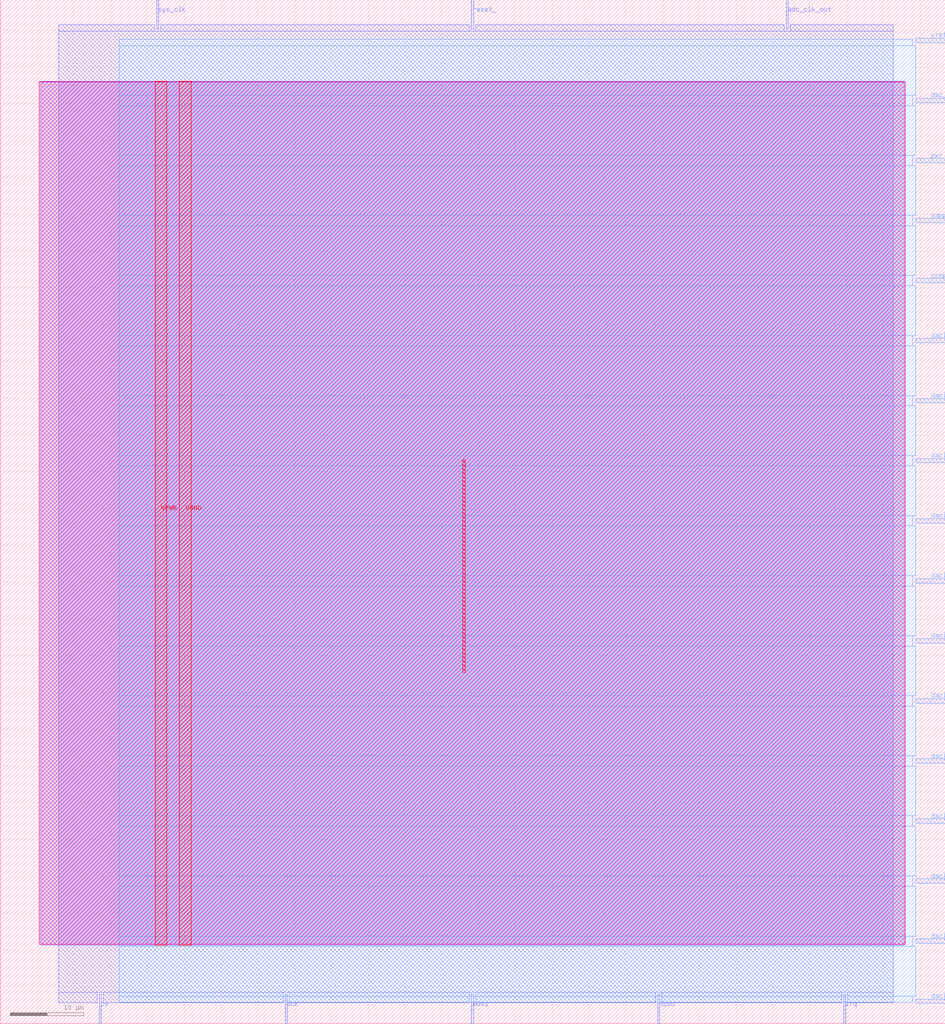
<source format=lef>
VERSION 5.7 ;
  NOWIREEXTENSIONATPIN ON ;
  DIVIDERCHAR "/" ;
  BUSBITCHARS "[]" ;
MACRO spi_adc
  CLASS BLOCK ;
  FOREIGN spi_adc ;
  ORIGIN 0.000 0.000 ;
  SIZE 128.415 BY 139.135 ;
  PIN VGND
    DIRECTION INOUT ;
    USE GROUND ;
    PORT
      LAYER met4 ;
        RECT 24.340 10.640 25.940 128.080 ;
    END
  END VGND
  PIN VPWR
    DIRECTION INOUT ;
    USE POWER ;
    PORT
      LAYER met4 ;
        RECT 21.040 10.640 22.640 128.080 ;
    END
  END VPWR
  PIN adc_clk_out
    DIRECTION OUTPUT ;
    USE SIGNAL ;
    ANTENNADIFFAREA 0.445500 ;
    PORT
      LAYER met2 ;
        RECT 106.810 135.135 107.090 139.135 ;
    END
  END adc_clk_out
  PIN comparator
    DIRECTION INPUT ;
    USE SIGNAL ;
    ANTENNAGATEAREA 0.196500 ;
    PORT
      LAYER met3 ;
        RECT 124.415 100.680 128.415 101.280 ;
    END
  END comparator
  PIN cs
    DIRECTION INPUT ;
    USE SIGNAL ;
    ANTENNAGATEAREA 0.196500 ;
    PORT
      LAYER met2 ;
        RECT 13.430 0.000 13.710 4.000 ;
    END
  END cs
  PIN dac[0]
    DIRECTION OUTPUT ;
    USE SIGNAL ;
    ANTENNADIFFAREA 0.445500 ;
    PORT
      LAYER met3 ;
        RECT 124.415 2.760 128.415 3.360 ;
    END
  END dac[0]
  PIN dac[10]
    DIRECTION OUTPUT ;
    USE SIGNAL ;
    ANTENNADIFFAREA 0.445500 ;
    PORT
      LAYER met3 ;
        RECT 124.415 84.360 128.415 84.960 ;
    END
  END dac[10]
  PIN dac[11]
    DIRECTION OUTPUT ;
    USE SIGNAL ;
    ANTENNADIFFAREA 0.445500 ;
    PORT
      LAYER met3 ;
        RECT 124.415 92.520 128.415 93.120 ;
    END
  END dac[11]
  PIN dac[1]
    DIRECTION OUTPUT ;
    USE SIGNAL ;
    ANTENNADIFFAREA 0.445500 ;
    PORT
      LAYER met3 ;
        RECT 124.415 10.920 128.415 11.520 ;
    END
  END dac[1]
  PIN dac[2]
    DIRECTION OUTPUT ;
    USE SIGNAL ;
    ANTENNADIFFAREA 0.445500 ;
    PORT
      LAYER met3 ;
        RECT 124.415 19.080 128.415 19.680 ;
    END
  END dac[2]
  PIN dac[3]
    DIRECTION OUTPUT ;
    USE SIGNAL ;
    ANTENNADIFFAREA 0.445500 ;
    PORT
      LAYER met3 ;
        RECT 124.415 27.240 128.415 27.840 ;
    END
  END dac[3]
  PIN dac[4]
    DIRECTION OUTPUT ;
    USE SIGNAL ;
    ANTENNADIFFAREA 0.445500 ;
    PORT
      LAYER met3 ;
        RECT 124.415 35.400 128.415 36.000 ;
    END
  END dac[4]
  PIN dac[5]
    DIRECTION OUTPUT ;
    USE SIGNAL ;
    ANTENNADIFFAREA 0.445500 ;
    PORT
      LAYER met3 ;
        RECT 124.415 43.560 128.415 44.160 ;
    END
  END dac[5]
  PIN dac[6]
    DIRECTION OUTPUT ;
    USE SIGNAL ;
    ANTENNADIFFAREA 0.445500 ;
    PORT
      LAYER met3 ;
        RECT 124.415 51.720 128.415 52.320 ;
    END
  END dac[6]
  PIN dac[7]
    DIRECTION OUTPUT ;
    USE SIGNAL ;
    ANTENNADIFFAREA 0.445500 ;
    PORT
      LAYER met3 ;
        RECT 124.415 59.880 128.415 60.480 ;
    END
  END dac[7]
  PIN dac[8]
    DIRECTION OUTPUT ;
    USE SIGNAL ;
    ANTENNADIFFAREA 0.445500 ;
    PORT
      LAYER met3 ;
        RECT 124.415 68.040 128.415 68.640 ;
    END
  END dac[8]
  PIN dac[9]
    DIRECTION OUTPUT ;
    USE SIGNAL ;
    ANTENNADIFFAREA 0.445500 ;
    PORT
      LAYER met3 ;
        RECT 124.415 76.200 128.415 76.800 ;
    END
  END dac[9]
  PIN dac_rst
    DIRECTION OUTPUT ;
    USE SIGNAL ;
    ANTENNADIFFAREA 0.445500 ;
    PORT
      LAYER met3 ;
        RECT 124.415 125.160 128.415 125.760 ;
    END
  END dac_rst
  PIN irq
    DIRECTION OUTPUT ;
    USE SIGNAL ;
    ANTENNADIFFAREA 0.445500 ;
    PORT
      LAYER met2 ;
        RECT 114.630 0.000 114.910 4.000 ;
    END
  END irq
  PIN miso
    DIRECTION OUTPUT ;
    USE SIGNAL ;
    ANTENNADIFFAREA 1.782000 ;
    PORT
      LAYER met2 ;
        RECT 89.330 0.000 89.610 4.000 ;
    END
  END miso
  PIN mosi
    DIRECTION INPUT ;
    USE SIGNAL ;
    ANTENNAGATEAREA 0.196500 ;
    PORT
      LAYER met2 ;
        RECT 64.030 0.000 64.310 4.000 ;
    END
  END mosi
  PIN pwr_gate
    DIRECTION OUTPUT ;
    USE SIGNAL ;
    ANTENNADIFFAREA 0.445500 ;
    PORT
      LAYER met3 ;
        RECT 124.415 117.000 128.415 117.600 ;
    END
  END pwr_gate
  PIN reset_
    DIRECTION INPUT ;
    USE SIGNAL ;
    ANTENNAGATEAREA 0.126000 ;
    PORT
      LAYER met2 ;
        RECT 64.030 135.135 64.310 139.135 ;
    END
  END reset_
  PIN sample_and_hold
    DIRECTION OUTPUT ;
    USE SIGNAL ;
    ANTENNADIFFAREA 0.445500 ;
    PORT
      LAYER met3 ;
        RECT 124.415 108.840 128.415 109.440 ;
    END
  END sample_and_hold
  PIN sck
    DIRECTION INPUT ;
    USE SIGNAL ;
    ANTENNAGATEAREA 0.196500 ;
    PORT
      LAYER met2 ;
        RECT 38.730 0.000 39.010 4.000 ;
    END
  END sck
  PIN sys_clk
    DIRECTION INPUT ;
    USE SIGNAL ;
    ANTENNAGATEAREA 0.852000 ;
    PORT
      LAYER met2 ;
        RECT 21.250 135.135 21.530 139.135 ;
    END
  END sys_clk
  PIN vref_sel
    DIRECTION OUTPUT ;
    USE SIGNAL ;
    ANTENNADIFFAREA 0.445500 ;
    PORT
      LAYER met3 ;
        RECT 124.415 133.320 128.415 133.920 ;
    END
  END vref_sel
  OBS
      LAYER nwell ;
        RECT 5.330 10.795 123.010 128.030 ;
      LAYER li1 ;
        RECT 5.520 10.795 122.820 127.925 ;
      LAYER met1 ;
        RECT 5.520 10.640 122.820 128.080 ;
      LAYER met2 ;
        RECT 7.920 134.855 20.970 135.730 ;
        RECT 21.810 134.855 63.750 135.730 ;
        RECT 64.590 134.855 106.530 135.730 ;
        RECT 107.370 134.855 121.350 135.730 ;
        RECT 7.920 4.280 121.350 134.855 ;
        RECT 7.920 2.875 13.150 4.280 ;
        RECT 13.990 2.875 38.450 4.280 ;
        RECT 39.290 2.875 63.750 4.280 ;
        RECT 64.590 2.875 89.050 4.280 ;
        RECT 89.890 2.875 114.350 4.280 ;
        RECT 115.190 2.875 121.350 4.280 ;
      LAYER met3 ;
        RECT 16.165 132.920 124.015 133.785 ;
        RECT 16.165 126.160 124.415 132.920 ;
        RECT 16.165 124.760 124.015 126.160 ;
        RECT 16.165 118.000 124.415 124.760 ;
        RECT 16.165 116.600 124.015 118.000 ;
        RECT 16.165 109.840 124.415 116.600 ;
        RECT 16.165 108.440 124.015 109.840 ;
        RECT 16.165 101.680 124.415 108.440 ;
        RECT 16.165 100.280 124.015 101.680 ;
        RECT 16.165 93.520 124.415 100.280 ;
        RECT 16.165 92.120 124.015 93.520 ;
        RECT 16.165 85.360 124.415 92.120 ;
        RECT 16.165 83.960 124.015 85.360 ;
        RECT 16.165 77.200 124.415 83.960 ;
        RECT 16.165 75.800 124.015 77.200 ;
        RECT 16.165 69.040 124.415 75.800 ;
        RECT 16.165 67.640 124.015 69.040 ;
        RECT 16.165 60.880 124.415 67.640 ;
        RECT 16.165 59.480 124.015 60.880 ;
        RECT 16.165 52.720 124.415 59.480 ;
        RECT 16.165 51.320 124.015 52.720 ;
        RECT 16.165 44.560 124.415 51.320 ;
        RECT 16.165 43.160 124.015 44.560 ;
        RECT 16.165 36.400 124.415 43.160 ;
        RECT 16.165 35.000 124.015 36.400 ;
        RECT 16.165 28.240 124.415 35.000 ;
        RECT 16.165 26.840 124.015 28.240 ;
        RECT 16.165 20.080 124.415 26.840 ;
        RECT 16.165 18.680 124.015 20.080 ;
        RECT 16.165 11.920 124.415 18.680 ;
        RECT 16.165 10.520 124.015 11.920 ;
        RECT 16.165 3.760 124.415 10.520 ;
        RECT 16.165 2.895 124.015 3.760 ;
      LAYER met4 ;
        RECT 62.855 47.775 63.185 76.665 ;
  END
END spi_adc
END LIBRARY


</source>
